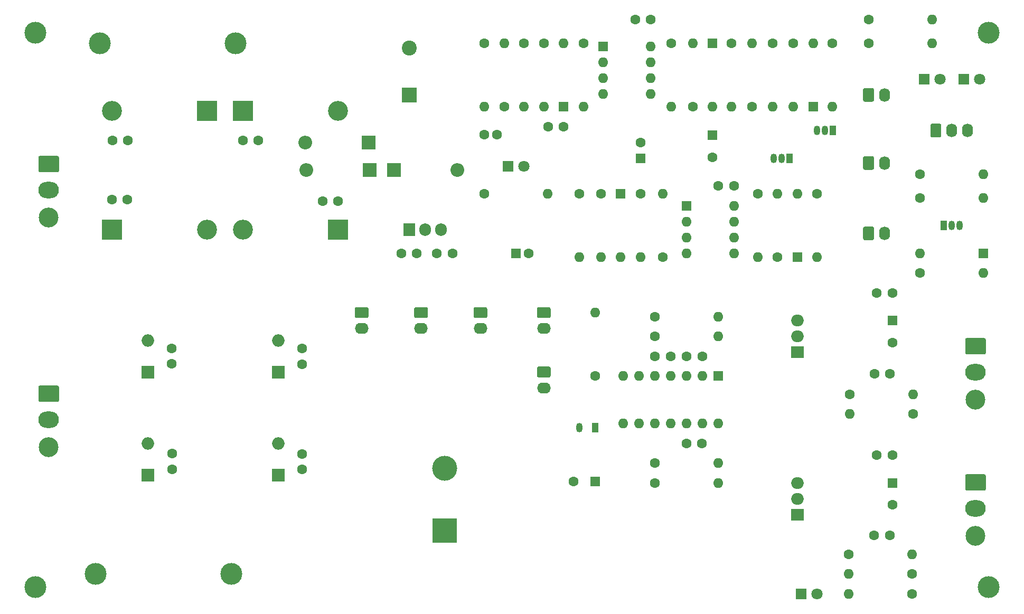
<source format=gbr>
G04 #@! TF.GenerationSoftware,KiCad,Pcbnew,(5.1.9)-1*
G04 #@! TF.CreationDate,2021-04-24T21:19:39+02:00*
G04 #@! TF.ProjectId,12V_6V3_Delay,3132565f-3656-4335-9f44-656c61792e6b,rev?*
G04 #@! TF.SameCoordinates,Original*
G04 #@! TF.FileFunction,Soldermask,Bot*
G04 #@! TF.FilePolarity,Negative*
%FSLAX46Y46*%
G04 Gerber Fmt 4.6, Leading zero omitted, Abs format (unit mm)*
G04 Created by KiCad (PCBNEW (5.1.9)-1) date 2021-04-24 21:19:39*
%MOMM*%
%LPD*%
G01*
G04 APERTURE LIST*
%ADD10C,3.500000*%
%ADD11C,1.600000*%
%ADD12R,1.600000X1.600000*%
%ADD13C,2.400000*%
%ADD14R,2.400000X2.400000*%
%ADD15O,1.600000X1.600000*%
%ADD16R,1.050000X1.500000*%
%ADD17O,1.050000X1.500000*%
%ADD18O,1.740000X2.190000*%
%ADD19C,4.000000*%
%ADD20R,4.000000X4.000000*%
%ADD21O,1.905000X2.000000*%
%ADD22R,1.905000X2.000000*%
%ADD23C,3.180000*%
%ADD24O,3.300000X2.640000*%
%ADD25O,2.190000X1.740000*%
%ADD26C,3.500120*%
%ADD27C,1.800000*%
%ADD28R,1.800000X1.800000*%
%ADD29O,3.200000X3.200000*%
%ADD30R,3.200000X3.200000*%
%ADD31O,2.000000X2.000000*%
%ADD32R,2.000000X2.000000*%
%ADD33O,2.200000X2.200000*%
%ADD34R,2.200000X2.200000*%
%ADD35O,2.200000X1.740000*%
%ADD36O,2.000000X1.905000*%
%ADD37R,2.000000X1.905000*%
G04 APERTURE END LIST*
D10*
X58180000Y-132245000D03*
X211040000Y-132245000D03*
X211040000Y-43345000D03*
X58180000Y-43345000D03*
D11*
X166751000Y-63317000D03*
D12*
X166751000Y-59817000D03*
D11*
X155194000Y-61000000D03*
D12*
X155194000Y-63500000D03*
D11*
X132175000Y-59690000D03*
X130175000Y-59690000D03*
X195580000Y-119070000D03*
D12*
X195580000Y-115570000D03*
D11*
X195580000Y-93035000D03*
D12*
X195580000Y-89535000D03*
D11*
X144455000Y-115316000D03*
D12*
X147955000Y-115316000D03*
D11*
X137255000Y-78740000D03*
D12*
X135255000Y-78740000D03*
D13*
X118110000Y-45840000D03*
D14*
X118110000Y-53340000D03*
D15*
X210185000Y-81915000D03*
D11*
X200025000Y-81915000D03*
D15*
X167640000Y-106045000D03*
X152400000Y-98425000D03*
X165100000Y-106045000D03*
X154940000Y-98425000D03*
X162560000Y-106045000D03*
X157480000Y-98425000D03*
X160020000Y-106045000D03*
X160020000Y-98425000D03*
X157480000Y-106045000D03*
X162560000Y-98425000D03*
X154940000Y-106045000D03*
X165100000Y-98425000D03*
X152400000Y-106045000D03*
D12*
X167640000Y-98425000D03*
D15*
X210185000Y-69850000D03*
D11*
X200025000Y-69850000D03*
D15*
X210185000Y-66040000D03*
D11*
X200025000Y-66040000D03*
D15*
X177165000Y-69215000D03*
D11*
X177165000Y-79375000D03*
D16*
X203835000Y-74295000D03*
D17*
X206375000Y-74295000D03*
X205105000Y-74295000D03*
D18*
X207645000Y-59055000D03*
X205105000Y-59055000D03*
G36*
G01*
X201695000Y-59900001D02*
X201695000Y-58209999D01*
G75*
G02*
X201944999Y-57960000I249999J0D01*
G01*
X203185001Y-57960000D01*
G75*
G02*
X203435000Y-58209999I0J-249999D01*
G01*
X203435000Y-59900001D01*
G75*
G02*
X203185001Y-60150000I-249999J0D01*
G01*
X201944999Y-60150000D01*
G75*
G02*
X201695000Y-59900001I0J249999D01*
G01*
G37*
D15*
X200025000Y-78740000D03*
D12*
X210185000Y-78740000D03*
D19*
X123825000Y-113190000D03*
D20*
X123825000Y-123190000D03*
D15*
X145415000Y-79375000D03*
D11*
X145415000Y-69215000D03*
D15*
X156845000Y-45593000D03*
X149225000Y-53213000D03*
X156845000Y-48133000D03*
X149225000Y-50673000D03*
X156845000Y-50673000D03*
X149225000Y-48133000D03*
X156845000Y-53213000D03*
D12*
X149225000Y-45593000D03*
D11*
X154345000Y-41275000D03*
X156845000Y-41275000D03*
X195199000Y-98044000D03*
X192699000Y-98044000D03*
D15*
X170180000Y-71120000D03*
X162560000Y-78740000D03*
X170180000Y-73660000D03*
X162560000Y-76200000D03*
X170180000Y-76200000D03*
X162560000Y-73660000D03*
X170180000Y-78740000D03*
D12*
X162560000Y-71120000D03*
D21*
X123190000Y-74930000D03*
X120650000Y-74930000D03*
D22*
X118110000Y-74930000D03*
D15*
X201930000Y-41275000D03*
D11*
X191770000Y-41275000D03*
D15*
X201930000Y-45085000D03*
D11*
X191770000Y-45085000D03*
D15*
X185928000Y-55245000D03*
D11*
X185928000Y-45085000D03*
D15*
X183515000Y-79375000D03*
D11*
X183515000Y-69215000D03*
D15*
X179705000Y-55245000D03*
D11*
X179705000Y-45085000D03*
D15*
X173990000Y-79375000D03*
D11*
X173990000Y-69215000D03*
D15*
X176403000Y-55245000D03*
D11*
X176403000Y-45085000D03*
D15*
X158750000Y-69215000D03*
D11*
X158750000Y-79375000D03*
D15*
X173101000Y-45085000D03*
D11*
X173101000Y-55245000D03*
D16*
X186055000Y-59055000D03*
D17*
X183515000Y-59055000D03*
X184785000Y-59055000D03*
D16*
X179070000Y-63500000D03*
D17*
X176530000Y-63500000D03*
X177800000Y-63500000D03*
D18*
X194310000Y-53340000D03*
G36*
G01*
X190900000Y-54185001D02*
X190900000Y-52494999D01*
G75*
G02*
X191149999Y-52245000I249999J0D01*
G01*
X192390001Y-52245000D01*
G75*
G02*
X192640000Y-52494999I0J-249999D01*
G01*
X192640000Y-54185001D01*
G75*
G02*
X192390001Y-54435000I-249999J0D01*
G01*
X191149999Y-54435000D01*
G75*
G02*
X190900000Y-54185001I0J249999D01*
G01*
G37*
X194310000Y-75565000D03*
G36*
G01*
X190900000Y-76410001D02*
X190900000Y-74719999D01*
G75*
G02*
X191149999Y-74470000I249999J0D01*
G01*
X192390001Y-74470000D01*
G75*
G02*
X192640000Y-74719999I0J-249999D01*
G01*
X192640000Y-76410001D01*
G75*
G02*
X192390001Y-76660000I-249999J0D01*
G01*
X191149999Y-76660000D01*
G75*
G02*
X190900000Y-76410001I0J249999D01*
G01*
G37*
X194310000Y-64262000D03*
G36*
G01*
X190900000Y-65107001D02*
X190900000Y-63416999D01*
G75*
G02*
X191149999Y-63167000I249999J0D01*
G01*
X192390001Y-63167000D01*
G75*
G02*
X192640000Y-63416999I0J-249999D01*
G01*
X192640000Y-65107001D01*
G75*
G02*
X192390001Y-65357000I-249999J0D01*
G01*
X191149999Y-65357000D01*
G75*
G02*
X190900000Y-65107001I0J249999D01*
G01*
G37*
D23*
X208915000Y-102230000D03*
D24*
X208915000Y-97790000D03*
G36*
G01*
X207265000Y-94720000D02*
X207265000Y-92580000D01*
G75*
G02*
X207515000Y-92330000I250000J0D01*
G01*
X210315000Y-92330000D01*
G75*
G02*
X210565000Y-92580000I0J-250000D01*
G01*
X210565000Y-94720000D01*
G75*
G02*
X210315000Y-94970000I-250000J0D01*
G01*
X207515000Y-94970000D01*
G75*
G02*
X207265000Y-94720000I0J250000D01*
G01*
G37*
D23*
X208915000Y-124074000D03*
D24*
X208915000Y-119634000D03*
G36*
G01*
X207265000Y-116564000D02*
X207265000Y-114424000D01*
G75*
G02*
X207515000Y-114174000I250000J0D01*
G01*
X210315000Y-114174000D01*
G75*
G02*
X210565000Y-114424000I0J-250000D01*
G01*
X210565000Y-116564000D01*
G75*
G02*
X210315000Y-116814000I-250000J0D01*
G01*
X207515000Y-116814000D01*
G75*
G02*
X207265000Y-116564000I0J250000D01*
G01*
G37*
D25*
X139700000Y-90805000D03*
G36*
G01*
X138854999Y-87395000D02*
X140545001Y-87395000D01*
G75*
G02*
X140795000Y-87644999I0J-249999D01*
G01*
X140795000Y-88885001D01*
G75*
G02*
X140545001Y-89135000I-249999J0D01*
G01*
X138854999Y-89135000D01*
G75*
G02*
X138605000Y-88885001I0J249999D01*
G01*
X138605000Y-87644999D01*
G75*
G02*
X138854999Y-87395000I249999J0D01*
G01*
G37*
X139700000Y-100330000D03*
G36*
G01*
X138854999Y-96920000D02*
X140545001Y-96920000D01*
G75*
G02*
X140795000Y-97169999I0J-249999D01*
G01*
X140795000Y-98410001D01*
G75*
G02*
X140545001Y-98660000I-249999J0D01*
G01*
X138854999Y-98660000D01*
G75*
G02*
X138605000Y-98410001I0J249999D01*
G01*
X138605000Y-97169999D01*
G75*
G02*
X138854999Y-96920000I249999J0D01*
G01*
G37*
X129540000Y-90805000D03*
G36*
G01*
X128694999Y-87395000D02*
X130385001Y-87395000D01*
G75*
G02*
X130635000Y-87644999I0J-249999D01*
G01*
X130635000Y-88885001D01*
G75*
G02*
X130385001Y-89135000I-249999J0D01*
G01*
X128694999Y-89135000D01*
G75*
G02*
X128445000Y-88885001I0J249999D01*
G01*
X128445000Y-87644999D01*
G75*
G02*
X128694999Y-87395000I249999J0D01*
G01*
G37*
D26*
X67856100Y-130175000D03*
X89623900Y-130175000D03*
D27*
X209550000Y-50800000D03*
D28*
X207010000Y-50800000D03*
D27*
X203200000Y-50800000D03*
D28*
X200660000Y-50800000D03*
D15*
X182880000Y-45085000D03*
D12*
X182880000Y-55245000D03*
D15*
X180340000Y-69215000D03*
D12*
X180340000Y-79375000D03*
D15*
X166751000Y-55245000D03*
D12*
X166751000Y-45085000D03*
D15*
X152019000Y-79375000D03*
D12*
X152019000Y-69215000D03*
D15*
X142875000Y-45085000D03*
D12*
X142875000Y-55245000D03*
D27*
X183515000Y-133350000D03*
D28*
X180975000Y-133350000D03*
D16*
X147955000Y-106680000D03*
D17*
X145415000Y-106680000D03*
D29*
X70485000Y-55880000D03*
D30*
X85725000Y-55880000D03*
D29*
X106680000Y-55880000D03*
D30*
X91440000Y-55880000D03*
D29*
X85725000Y-74930000D03*
D30*
X70485000Y-74930000D03*
D31*
X97155000Y-109220000D03*
D32*
X97155000Y-114300000D03*
D31*
X76200000Y-92710000D03*
D32*
X76200000Y-97790000D03*
D31*
X97155000Y-92710000D03*
D32*
X97155000Y-97790000D03*
D33*
X101600000Y-65405000D03*
D34*
X111760000Y-65405000D03*
D33*
X101473000Y-60960000D03*
D34*
X111633000Y-60960000D03*
D33*
X125857000Y-65405000D03*
D34*
X115697000Y-65405000D03*
D29*
X91440000Y-74930000D03*
D30*
X106680000Y-74930000D03*
D11*
X140375000Y-58420000D03*
X142875000Y-58420000D03*
X167680000Y-67945000D03*
X170180000Y-67945000D03*
X195580000Y-111125000D03*
X193080000Y-111125000D03*
X195580000Y-85090000D03*
X193080000Y-85090000D03*
X195159000Y-123952000D03*
X192659000Y-123952000D03*
X70548500Y-60642500D03*
X73048500Y-60642500D03*
X91440000Y-60642500D03*
X93940000Y-60642500D03*
X70461500Y-70167500D03*
X72961500Y-70167500D03*
X122555000Y-78740000D03*
X125055000Y-78740000D03*
D15*
X155194000Y-79375000D03*
D11*
X155194000Y-69215000D03*
D27*
X136525000Y-64770000D03*
D28*
X133985000Y-64770000D03*
D15*
X169799000Y-55245000D03*
D11*
X169799000Y-45085000D03*
D26*
X90258900Y-45085000D03*
X68491100Y-45085000D03*
D15*
X148844000Y-79375000D03*
D11*
X148844000Y-69215000D03*
D15*
X163576000Y-45085000D03*
D11*
X163576000Y-55245000D03*
D15*
X160147000Y-55245000D03*
D11*
X160147000Y-45085000D03*
D15*
X139700000Y-55245000D03*
D11*
X139700000Y-45085000D03*
D15*
X136525000Y-55245000D03*
D11*
X136525000Y-45085000D03*
D15*
X133350000Y-45085000D03*
D11*
X133350000Y-55245000D03*
D15*
X130175000Y-55245000D03*
D11*
X130175000Y-45085000D03*
D15*
X146050000Y-55245000D03*
D11*
X146050000Y-45085000D03*
D15*
X188595000Y-133350000D03*
D11*
X198755000Y-133350000D03*
D15*
X188595000Y-130175000D03*
D11*
X198755000Y-130175000D03*
D35*
X110490000Y-90805000D03*
G36*
G01*
X109639999Y-87395000D02*
X111340001Y-87395000D01*
G75*
G02*
X111590000Y-87644999I0J-249999D01*
G01*
X111590000Y-88885001D01*
G75*
G02*
X111340001Y-89135000I-249999J0D01*
G01*
X109639999Y-89135000D01*
G75*
G02*
X109390000Y-88885001I0J249999D01*
G01*
X109390000Y-87644999D01*
G75*
G02*
X109639999Y-87395000I249999J0D01*
G01*
G37*
D31*
X76200000Y-109220000D03*
D32*
X76200000Y-114300000D03*
D11*
X165060000Y-109220000D03*
X162560000Y-109220000D03*
X165100000Y-95250000D03*
X162600000Y-95250000D03*
X160020000Y-95250000D03*
X157520000Y-95250000D03*
D36*
X180340000Y-115570000D03*
X180340000Y-118110000D03*
D37*
X180340000Y-120650000D03*
D36*
X180340000Y-89535000D03*
X180340000Y-92075000D03*
D37*
X180340000Y-94615000D03*
D15*
X198755000Y-127000000D03*
D11*
X188595000Y-127000000D03*
D15*
X188722000Y-104521000D03*
D11*
X198882000Y-104521000D03*
D15*
X198882000Y-101346000D03*
D11*
X188722000Y-101346000D03*
D15*
X167640000Y-115570000D03*
D11*
X157480000Y-115570000D03*
D15*
X167640000Y-88900000D03*
D11*
X157480000Y-88900000D03*
D15*
X167640000Y-112395000D03*
D11*
X157480000Y-112395000D03*
D15*
X167640000Y-92075000D03*
D11*
X157480000Y-92075000D03*
D15*
X140335000Y-69215000D03*
D11*
X130175000Y-69215000D03*
D15*
X147955000Y-88265000D03*
D11*
X147955000Y-98425000D03*
D23*
X60325000Y-109850000D03*
D24*
X60325000Y-105410000D03*
G36*
G01*
X58675000Y-102340000D02*
X58675000Y-100200000D01*
G75*
G02*
X58925000Y-99950000I250000J0D01*
G01*
X61725000Y-99950000D01*
G75*
G02*
X61975000Y-100200000I0J-250000D01*
G01*
X61975000Y-102340000D01*
G75*
G02*
X61725000Y-102590000I-250000J0D01*
G01*
X58925000Y-102590000D01*
G75*
G02*
X58675000Y-102340000I0J250000D01*
G01*
G37*
D35*
X120015000Y-90805000D03*
G36*
G01*
X119164999Y-87395000D02*
X120865001Y-87395000D01*
G75*
G02*
X121115000Y-87644999I0J-249999D01*
G01*
X121115000Y-88885001D01*
G75*
G02*
X120865001Y-89135000I-249999J0D01*
G01*
X119164999Y-89135000D01*
G75*
G02*
X118915000Y-88885001I0J249999D01*
G01*
X118915000Y-87644999D01*
G75*
G02*
X119164999Y-87395000I249999J0D01*
G01*
G37*
D23*
X60325000Y-73020000D03*
D24*
X60325000Y-68580000D03*
G36*
G01*
X58675000Y-65510000D02*
X58675000Y-63370000D01*
G75*
G02*
X58925000Y-63120000I250000J0D01*
G01*
X61725000Y-63120000D01*
G75*
G02*
X61975000Y-63370000I0J-250000D01*
G01*
X61975000Y-65510000D01*
G75*
G02*
X61725000Y-65760000I-250000J0D01*
G01*
X58925000Y-65760000D01*
G75*
G02*
X58675000Y-65510000I0J250000D01*
G01*
G37*
D11*
X80137000Y-110871000D03*
X80137000Y-113371000D03*
X100965000Y-113411000D03*
X100965000Y-110911000D03*
X104243500Y-70358000D03*
X106743500Y-70358000D03*
X80010000Y-96480000D03*
X80010000Y-93980000D03*
X100965000Y-94020000D03*
X100965000Y-96520000D03*
X119340000Y-78740000D03*
X116840000Y-78740000D03*
M02*

</source>
